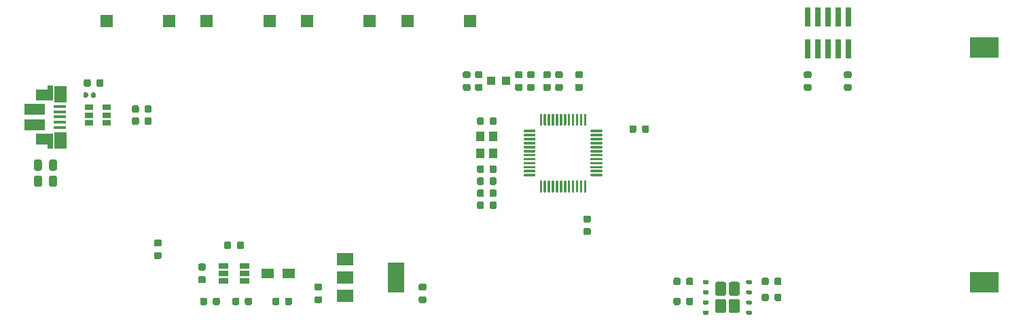
<source format=gbr>
%TF.GenerationSoftware,KiCad,Pcbnew,(5.1.6-0-10_14)*%
%TF.CreationDate,2020-09-13T11:28:01-04:00*%
%TF.ProjectId,EL-Calendar,454c2d43-616c-4656-9e64-61722e6b6963,rev?*%
%TF.SameCoordinates,Original*%
%TF.FileFunction,Paste,Top*%
%TF.FilePolarity,Positive*%
%FSLAX46Y46*%
G04 Gerber Fmt 4.6, Leading zero omitted, Abs format (unit mm)*
G04 Created by KiCad (PCBNEW (5.1.6-0-10_14)) date 2020-09-13 11:28:01*
%MOMM*%
%LPD*%
G01*
G04 APERTURE LIST*
%ADD10R,1.100000X1.300000*%
%ADD11R,1.050000X1.100000*%
%ADD12R,1.060000X0.650000*%
%ADD13R,2.000000X1.500000*%
%ADD14R,2.000000X3.800000*%
%ADD15R,1.220000X0.650000*%
%ADD16R,1.500000X1.500000*%
%ADD17R,1.500000X1.200000*%
%ADD18R,2.500000X1.430000*%
%ADD19R,1.650000X0.400000*%
%ADD20R,1.500000X2.000000*%
%ADD21R,0.700000X1.825000*%
%ADD22R,2.000000X1.350000*%
%ADD23R,3.600000X2.600000*%
%ADD24R,0.740000X2.400000*%
G04 APERTURE END LIST*
%TO.C,C19*%
G36*
G01*
X79450000Y-102956250D02*
X79450000Y-102043750D01*
G75*
G02*
X79693750Y-101800000I243750J0D01*
G01*
X80181250Y-101800000D01*
G75*
G02*
X80425000Y-102043750I0J-243750D01*
G01*
X80425000Y-102956250D01*
G75*
G02*
X80181250Y-103200000I-243750J0D01*
G01*
X79693750Y-103200000D01*
G75*
G02*
X79450000Y-102956250I0J243750D01*
G01*
G37*
G36*
G01*
X77575000Y-102956250D02*
X77575000Y-102043750D01*
G75*
G02*
X77818750Y-101800000I243750J0D01*
G01*
X78306250Y-101800000D01*
G75*
G02*
X78550000Y-102043750I0J-243750D01*
G01*
X78550000Y-102956250D01*
G75*
G02*
X78306250Y-103200000I-243750J0D01*
G01*
X77818750Y-103200000D01*
G75*
G02*
X77575000Y-102956250I0J243750D01*
G01*
G37*
%TD*%
%TO.C,R13*%
G36*
G01*
X90650000Y-93243750D02*
X90650000Y-93756250D01*
G75*
G02*
X90431250Y-93975000I-218750J0D01*
G01*
X89993750Y-93975000D01*
G75*
G02*
X89775000Y-93756250I0J218750D01*
G01*
X89775000Y-93243750D01*
G75*
G02*
X89993750Y-93025000I218750J0D01*
G01*
X90431250Y-93025000D01*
G75*
G02*
X90650000Y-93243750I0J-218750D01*
G01*
G37*
G36*
G01*
X92225000Y-93243750D02*
X92225000Y-93756250D01*
G75*
G02*
X92006250Y-93975000I-218750J0D01*
G01*
X91568750Y-93975000D01*
G75*
G02*
X91350000Y-93756250I0J218750D01*
G01*
X91350000Y-93243750D01*
G75*
G02*
X91568750Y-93025000I218750J0D01*
G01*
X92006250Y-93025000D01*
G75*
G02*
X92225000Y-93243750I0J-218750D01*
G01*
G37*
%TD*%
%TO.C,R12*%
G36*
G01*
X90650000Y-94743750D02*
X90650000Y-95256250D01*
G75*
G02*
X90431250Y-95475000I-218750J0D01*
G01*
X89993750Y-95475000D01*
G75*
G02*
X89775000Y-95256250I0J218750D01*
G01*
X89775000Y-94743750D01*
G75*
G02*
X89993750Y-94525000I218750J0D01*
G01*
X90431250Y-94525000D01*
G75*
G02*
X90650000Y-94743750I0J-218750D01*
G01*
G37*
G36*
G01*
X92225000Y-94743750D02*
X92225000Y-95256250D01*
G75*
G02*
X92006250Y-95475000I-218750J0D01*
G01*
X91568750Y-95475000D01*
G75*
G02*
X91350000Y-95256250I0J218750D01*
G01*
X91350000Y-94743750D01*
G75*
G02*
X91568750Y-94525000I218750J0D01*
G01*
X92006250Y-94525000D01*
G75*
G02*
X92225000Y-94743750I0J-218750D01*
G01*
G37*
%TD*%
D10*
%TO.C,Y2*%
X134825000Y-96950000D03*
X134825000Y-99050000D03*
X133175000Y-99050000D03*
X133175000Y-96950000D03*
%TD*%
D11*
%TO.C,Y1*%
X134575000Y-90000000D03*
X136425000Y-90000000D03*
%TD*%
D12*
%TO.C,U5*%
X86600000Y-94250000D03*
X86600000Y-93300000D03*
X86600000Y-95200000D03*
X84400000Y-95200000D03*
X84400000Y-94250000D03*
X84400000Y-93300000D03*
%TD*%
%TO.C,U4*%
G36*
G01*
X164165000Y-118690000D02*
X164165000Y-117460000D01*
G75*
G02*
X164415000Y-117210000I250000J0D01*
G01*
X165285000Y-117210000D01*
G75*
G02*
X165535000Y-117460000I0J-250000D01*
G01*
X165535000Y-118690000D01*
G75*
G02*
X165285000Y-118940000I-250000J0D01*
G01*
X164415000Y-118940000D01*
G75*
G02*
X164165000Y-118690000I0J250000D01*
G01*
G37*
G36*
G01*
X164165000Y-116540000D02*
X164165000Y-115310000D01*
G75*
G02*
X164415000Y-115060000I250000J0D01*
G01*
X165285000Y-115060000D01*
G75*
G02*
X165535000Y-115310000I0J-250000D01*
G01*
X165535000Y-116540000D01*
G75*
G02*
X165285000Y-116790000I-250000J0D01*
G01*
X164415000Y-116790000D01*
G75*
G02*
X164165000Y-116540000I0J250000D01*
G01*
G37*
G36*
G01*
X162465000Y-118690000D02*
X162465000Y-117460000D01*
G75*
G02*
X162715000Y-117210000I250000J0D01*
G01*
X163585000Y-117210000D01*
G75*
G02*
X163835000Y-117460000I0J-250000D01*
G01*
X163835000Y-118690000D01*
G75*
G02*
X163585000Y-118940000I-250000J0D01*
G01*
X162715000Y-118940000D01*
G75*
G02*
X162465000Y-118690000I0J250000D01*
G01*
G37*
G36*
G01*
X162465000Y-116540000D02*
X162465000Y-115310000D01*
G75*
G02*
X162715000Y-115060000I250000J0D01*
G01*
X163585000Y-115060000D01*
G75*
G02*
X163835000Y-115310000I0J-250000D01*
G01*
X163835000Y-116540000D01*
G75*
G02*
X163585000Y-116790000I-250000J0D01*
G01*
X162715000Y-116790000D01*
G75*
G02*
X162465000Y-116540000I0J250000D01*
G01*
G37*
G36*
G01*
X166325000Y-115220000D02*
X166325000Y-114970000D01*
G75*
G02*
X166450000Y-114845000I125000J0D01*
G01*
X166950000Y-114845000D01*
G75*
G02*
X167075000Y-114970000I0J-125000D01*
G01*
X167075000Y-115220000D01*
G75*
G02*
X166950000Y-115345000I-125000J0D01*
G01*
X166450000Y-115345000D01*
G75*
G02*
X166325000Y-115220000I0J125000D01*
G01*
G37*
G36*
G01*
X166325000Y-116490000D02*
X166325000Y-116240000D01*
G75*
G02*
X166450000Y-116115000I125000J0D01*
G01*
X166950000Y-116115000D01*
G75*
G02*
X167075000Y-116240000I0J-125000D01*
G01*
X167075000Y-116490000D01*
G75*
G02*
X166950000Y-116615000I-125000J0D01*
G01*
X166450000Y-116615000D01*
G75*
G02*
X166325000Y-116490000I0J125000D01*
G01*
G37*
G36*
G01*
X166325000Y-117760000D02*
X166325000Y-117510000D01*
G75*
G02*
X166450000Y-117385000I125000J0D01*
G01*
X166950000Y-117385000D01*
G75*
G02*
X167075000Y-117510000I0J-125000D01*
G01*
X167075000Y-117760000D01*
G75*
G02*
X166950000Y-117885000I-125000J0D01*
G01*
X166450000Y-117885000D01*
G75*
G02*
X166325000Y-117760000I0J125000D01*
G01*
G37*
G36*
G01*
X166325000Y-119030000D02*
X166325000Y-118780000D01*
G75*
G02*
X166450000Y-118655000I125000J0D01*
G01*
X166950000Y-118655000D01*
G75*
G02*
X167075000Y-118780000I0J-125000D01*
G01*
X167075000Y-119030000D01*
G75*
G02*
X166950000Y-119155000I-125000J0D01*
G01*
X166450000Y-119155000D01*
G75*
G02*
X166325000Y-119030000I0J125000D01*
G01*
G37*
G36*
G01*
X160925000Y-119030000D02*
X160925000Y-118780000D01*
G75*
G02*
X161050000Y-118655000I125000J0D01*
G01*
X161550000Y-118655000D01*
G75*
G02*
X161675000Y-118780000I0J-125000D01*
G01*
X161675000Y-119030000D01*
G75*
G02*
X161550000Y-119155000I-125000J0D01*
G01*
X161050000Y-119155000D01*
G75*
G02*
X160925000Y-119030000I0J125000D01*
G01*
G37*
G36*
G01*
X160925000Y-117760000D02*
X160925000Y-117510000D01*
G75*
G02*
X161050000Y-117385000I125000J0D01*
G01*
X161550000Y-117385000D01*
G75*
G02*
X161675000Y-117510000I0J-125000D01*
G01*
X161675000Y-117760000D01*
G75*
G02*
X161550000Y-117885000I-125000J0D01*
G01*
X161050000Y-117885000D01*
G75*
G02*
X160925000Y-117760000I0J125000D01*
G01*
G37*
G36*
G01*
X160925000Y-116490000D02*
X160925000Y-116240000D01*
G75*
G02*
X161050000Y-116115000I125000J0D01*
G01*
X161550000Y-116115000D01*
G75*
G02*
X161675000Y-116240000I0J-125000D01*
G01*
X161675000Y-116490000D01*
G75*
G02*
X161550000Y-116615000I-125000J0D01*
G01*
X161050000Y-116615000D01*
G75*
G02*
X160925000Y-116490000I0J125000D01*
G01*
G37*
G36*
G01*
X160925000Y-115220000D02*
X160925000Y-114970000D01*
G75*
G02*
X161050000Y-114845000I125000J0D01*
G01*
X161550000Y-114845000D01*
G75*
G02*
X161675000Y-114970000I0J-125000D01*
G01*
X161675000Y-115220000D01*
G75*
G02*
X161550000Y-115345000I-125000J0D01*
G01*
X161050000Y-115345000D01*
G75*
G02*
X160925000Y-115220000I0J125000D01*
G01*
G37*
%TD*%
D13*
%TO.C,U3*%
X116350000Y-112200000D03*
X116350000Y-116800000D03*
X116350000Y-114500000D03*
D14*
X122650000Y-114500000D03*
%TD*%
%TO.C,U2*%
G36*
G01*
X140600000Y-95500000D02*
X140600000Y-94175000D01*
G75*
G02*
X140675000Y-94100000I75000J0D01*
G01*
X140825000Y-94100000D01*
G75*
G02*
X140900000Y-94175000I0J-75000D01*
G01*
X140900000Y-95500000D01*
G75*
G02*
X140825000Y-95575000I-75000J0D01*
G01*
X140675000Y-95575000D01*
G75*
G02*
X140600000Y-95500000I0J75000D01*
G01*
G37*
G36*
G01*
X141100000Y-95500000D02*
X141100000Y-94175000D01*
G75*
G02*
X141175000Y-94100000I75000J0D01*
G01*
X141325000Y-94100000D01*
G75*
G02*
X141400000Y-94175000I0J-75000D01*
G01*
X141400000Y-95500000D01*
G75*
G02*
X141325000Y-95575000I-75000J0D01*
G01*
X141175000Y-95575000D01*
G75*
G02*
X141100000Y-95500000I0J75000D01*
G01*
G37*
G36*
G01*
X141600000Y-95500000D02*
X141600000Y-94175000D01*
G75*
G02*
X141675000Y-94100000I75000J0D01*
G01*
X141825000Y-94100000D01*
G75*
G02*
X141900000Y-94175000I0J-75000D01*
G01*
X141900000Y-95500000D01*
G75*
G02*
X141825000Y-95575000I-75000J0D01*
G01*
X141675000Y-95575000D01*
G75*
G02*
X141600000Y-95500000I0J75000D01*
G01*
G37*
G36*
G01*
X142100000Y-95500000D02*
X142100000Y-94175000D01*
G75*
G02*
X142175000Y-94100000I75000J0D01*
G01*
X142325000Y-94100000D01*
G75*
G02*
X142400000Y-94175000I0J-75000D01*
G01*
X142400000Y-95500000D01*
G75*
G02*
X142325000Y-95575000I-75000J0D01*
G01*
X142175000Y-95575000D01*
G75*
G02*
X142100000Y-95500000I0J75000D01*
G01*
G37*
G36*
G01*
X142600000Y-95500000D02*
X142600000Y-94175000D01*
G75*
G02*
X142675000Y-94100000I75000J0D01*
G01*
X142825000Y-94100000D01*
G75*
G02*
X142900000Y-94175000I0J-75000D01*
G01*
X142900000Y-95500000D01*
G75*
G02*
X142825000Y-95575000I-75000J0D01*
G01*
X142675000Y-95575000D01*
G75*
G02*
X142600000Y-95500000I0J75000D01*
G01*
G37*
G36*
G01*
X143100000Y-95500000D02*
X143100000Y-94175000D01*
G75*
G02*
X143175000Y-94100000I75000J0D01*
G01*
X143325000Y-94100000D01*
G75*
G02*
X143400000Y-94175000I0J-75000D01*
G01*
X143400000Y-95500000D01*
G75*
G02*
X143325000Y-95575000I-75000J0D01*
G01*
X143175000Y-95575000D01*
G75*
G02*
X143100000Y-95500000I0J75000D01*
G01*
G37*
G36*
G01*
X143600000Y-95500000D02*
X143600000Y-94175000D01*
G75*
G02*
X143675000Y-94100000I75000J0D01*
G01*
X143825000Y-94100000D01*
G75*
G02*
X143900000Y-94175000I0J-75000D01*
G01*
X143900000Y-95500000D01*
G75*
G02*
X143825000Y-95575000I-75000J0D01*
G01*
X143675000Y-95575000D01*
G75*
G02*
X143600000Y-95500000I0J75000D01*
G01*
G37*
G36*
G01*
X144100000Y-95500000D02*
X144100000Y-94175000D01*
G75*
G02*
X144175000Y-94100000I75000J0D01*
G01*
X144325000Y-94100000D01*
G75*
G02*
X144400000Y-94175000I0J-75000D01*
G01*
X144400000Y-95500000D01*
G75*
G02*
X144325000Y-95575000I-75000J0D01*
G01*
X144175000Y-95575000D01*
G75*
G02*
X144100000Y-95500000I0J75000D01*
G01*
G37*
G36*
G01*
X144600000Y-95500000D02*
X144600000Y-94175000D01*
G75*
G02*
X144675000Y-94100000I75000J0D01*
G01*
X144825000Y-94100000D01*
G75*
G02*
X144900000Y-94175000I0J-75000D01*
G01*
X144900000Y-95500000D01*
G75*
G02*
X144825000Y-95575000I-75000J0D01*
G01*
X144675000Y-95575000D01*
G75*
G02*
X144600000Y-95500000I0J75000D01*
G01*
G37*
G36*
G01*
X145100000Y-95500000D02*
X145100000Y-94175000D01*
G75*
G02*
X145175000Y-94100000I75000J0D01*
G01*
X145325000Y-94100000D01*
G75*
G02*
X145400000Y-94175000I0J-75000D01*
G01*
X145400000Y-95500000D01*
G75*
G02*
X145325000Y-95575000I-75000J0D01*
G01*
X145175000Y-95575000D01*
G75*
G02*
X145100000Y-95500000I0J75000D01*
G01*
G37*
G36*
G01*
X145600000Y-95500000D02*
X145600000Y-94175000D01*
G75*
G02*
X145675000Y-94100000I75000J0D01*
G01*
X145825000Y-94100000D01*
G75*
G02*
X145900000Y-94175000I0J-75000D01*
G01*
X145900000Y-95500000D01*
G75*
G02*
X145825000Y-95575000I-75000J0D01*
G01*
X145675000Y-95575000D01*
G75*
G02*
X145600000Y-95500000I0J75000D01*
G01*
G37*
G36*
G01*
X146100000Y-95500000D02*
X146100000Y-94175000D01*
G75*
G02*
X146175000Y-94100000I75000J0D01*
G01*
X146325000Y-94100000D01*
G75*
G02*
X146400000Y-94175000I0J-75000D01*
G01*
X146400000Y-95500000D01*
G75*
G02*
X146325000Y-95575000I-75000J0D01*
G01*
X146175000Y-95575000D01*
G75*
G02*
X146100000Y-95500000I0J75000D01*
G01*
G37*
G36*
G01*
X146925000Y-96325000D02*
X146925000Y-96175000D01*
G75*
G02*
X147000000Y-96100000I75000J0D01*
G01*
X148325000Y-96100000D01*
G75*
G02*
X148400000Y-96175000I0J-75000D01*
G01*
X148400000Y-96325000D01*
G75*
G02*
X148325000Y-96400000I-75000J0D01*
G01*
X147000000Y-96400000D01*
G75*
G02*
X146925000Y-96325000I0J75000D01*
G01*
G37*
G36*
G01*
X146925000Y-96825000D02*
X146925000Y-96675000D01*
G75*
G02*
X147000000Y-96600000I75000J0D01*
G01*
X148325000Y-96600000D01*
G75*
G02*
X148400000Y-96675000I0J-75000D01*
G01*
X148400000Y-96825000D01*
G75*
G02*
X148325000Y-96900000I-75000J0D01*
G01*
X147000000Y-96900000D01*
G75*
G02*
X146925000Y-96825000I0J75000D01*
G01*
G37*
G36*
G01*
X146925000Y-97325000D02*
X146925000Y-97175000D01*
G75*
G02*
X147000000Y-97100000I75000J0D01*
G01*
X148325000Y-97100000D01*
G75*
G02*
X148400000Y-97175000I0J-75000D01*
G01*
X148400000Y-97325000D01*
G75*
G02*
X148325000Y-97400000I-75000J0D01*
G01*
X147000000Y-97400000D01*
G75*
G02*
X146925000Y-97325000I0J75000D01*
G01*
G37*
G36*
G01*
X146925000Y-97825000D02*
X146925000Y-97675000D01*
G75*
G02*
X147000000Y-97600000I75000J0D01*
G01*
X148325000Y-97600000D01*
G75*
G02*
X148400000Y-97675000I0J-75000D01*
G01*
X148400000Y-97825000D01*
G75*
G02*
X148325000Y-97900000I-75000J0D01*
G01*
X147000000Y-97900000D01*
G75*
G02*
X146925000Y-97825000I0J75000D01*
G01*
G37*
G36*
G01*
X146925000Y-98325000D02*
X146925000Y-98175000D01*
G75*
G02*
X147000000Y-98100000I75000J0D01*
G01*
X148325000Y-98100000D01*
G75*
G02*
X148400000Y-98175000I0J-75000D01*
G01*
X148400000Y-98325000D01*
G75*
G02*
X148325000Y-98400000I-75000J0D01*
G01*
X147000000Y-98400000D01*
G75*
G02*
X146925000Y-98325000I0J75000D01*
G01*
G37*
G36*
G01*
X146925000Y-98825000D02*
X146925000Y-98675000D01*
G75*
G02*
X147000000Y-98600000I75000J0D01*
G01*
X148325000Y-98600000D01*
G75*
G02*
X148400000Y-98675000I0J-75000D01*
G01*
X148400000Y-98825000D01*
G75*
G02*
X148325000Y-98900000I-75000J0D01*
G01*
X147000000Y-98900000D01*
G75*
G02*
X146925000Y-98825000I0J75000D01*
G01*
G37*
G36*
G01*
X146925000Y-99325000D02*
X146925000Y-99175000D01*
G75*
G02*
X147000000Y-99100000I75000J0D01*
G01*
X148325000Y-99100000D01*
G75*
G02*
X148400000Y-99175000I0J-75000D01*
G01*
X148400000Y-99325000D01*
G75*
G02*
X148325000Y-99400000I-75000J0D01*
G01*
X147000000Y-99400000D01*
G75*
G02*
X146925000Y-99325000I0J75000D01*
G01*
G37*
G36*
G01*
X146925000Y-99825000D02*
X146925000Y-99675000D01*
G75*
G02*
X147000000Y-99600000I75000J0D01*
G01*
X148325000Y-99600000D01*
G75*
G02*
X148400000Y-99675000I0J-75000D01*
G01*
X148400000Y-99825000D01*
G75*
G02*
X148325000Y-99900000I-75000J0D01*
G01*
X147000000Y-99900000D01*
G75*
G02*
X146925000Y-99825000I0J75000D01*
G01*
G37*
G36*
G01*
X146925000Y-100325000D02*
X146925000Y-100175000D01*
G75*
G02*
X147000000Y-100100000I75000J0D01*
G01*
X148325000Y-100100000D01*
G75*
G02*
X148400000Y-100175000I0J-75000D01*
G01*
X148400000Y-100325000D01*
G75*
G02*
X148325000Y-100400000I-75000J0D01*
G01*
X147000000Y-100400000D01*
G75*
G02*
X146925000Y-100325000I0J75000D01*
G01*
G37*
G36*
G01*
X146925000Y-100825000D02*
X146925000Y-100675000D01*
G75*
G02*
X147000000Y-100600000I75000J0D01*
G01*
X148325000Y-100600000D01*
G75*
G02*
X148400000Y-100675000I0J-75000D01*
G01*
X148400000Y-100825000D01*
G75*
G02*
X148325000Y-100900000I-75000J0D01*
G01*
X147000000Y-100900000D01*
G75*
G02*
X146925000Y-100825000I0J75000D01*
G01*
G37*
G36*
G01*
X146925000Y-101325000D02*
X146925000Y-101175000D01*
G75*
G02*
X147000000Y-101100000I75000J0D01*
G01*
X148325000Y-101100000D01*
G75*
G02*
X148400000Y-101175000I0J-75000D01*
G01*
X148400000Y-101325000D01*
G75*
G02*
X148325000Y-101400000I-75000J0D01*
G01*
X147000000Y-101400000D01*
G75*
G02*
X146925000Y-101325000I0J75000D01*
G01*
G37*
G36*
G01*
X146925000Y-101825000D02*
X146925000Y-101675000D01*
G75*
G02*
X147000000Y-101600000I75000J0D01*
G01*
X148325000Y-101600000D01*
G75*
G02*
X148400000Y-101675000I0J-75000D01*
G01*
X148400000Y-101825000D01*
G75*
G02*
X148325000Y-101900000I-75000J0D01*
G01*
X147000000Y-101900000D01*
G75*
G02*
X146925000Y-101825000I0J75000D01*
G01*
G37*
G36*
G01*
X146100000Y-103825000D02*
X146100000Y-102500000D01*
G75*
G02*
X146175000Y-102425000I75000J0D01*
G01*
X146325000Y-102425000D01*
G75*
G02*
X146400000Y-102500000I0J-75000D01*
G01*
X146400000Y-103825000D01*
G75*
G02*
X146325000Y-103900000I-75000J0D01*
G01*
X146175000Y-103900000D01*
G75*
G02*
X146100000Y-103825000I0J75000D01*
G01*
G37*
G36*
G01*
X145600000Y-103825000D02*
X145600000Y-102500000D01*
G75*
G02*
X145675000Y-102425000I75000J0D01*
G01*
X145825000Y-102425000D01*
G75*
G02*
X145900000Y-102500000I0J-75000D01*
G01*
X145900000Y-103825000D01*
G75*
G02*
X145825000Y-103900000I-75000J0D01*
G01*
X145675000Y-103900000D01*
G75*
G02*
X145600000Y-103825000I0J75000D01*
G01*
G37*
G36*
G01*
X145100000Y-103825000D02*
X145100000Y-102500000D01*
G75*
G02*
X145175000Y-102425000I75000J0D01*
G01*
X145325000Y-102425000D01*
G75*
G02*
X145400000Y-102500000I0J-75000D01*
G01*
X145400000Y-103825000D01*
G75*
G02*
X145325000Y-103900000I-75000J0D01*
G01*
X145175000Y-103900000D01*
G75*
G02*
X145100000Y-103825000I0J75000D01*
G01*
G37*
G36*
G01*
X144600000Y-103825000D02*
X144600000Y-102500000D01*
G75*
G02*
X144675000Y-102425000I75000J0D01*
G01*
X144825000Y-102425000D01*
G75*
G02*
X144900000Y-102500000I0J-75000D01*
G01*
X144900000Y-103825000D01*
G75*
G02*
X144825000Y-103900000I-75000J0D01*
G01*
X144675000Y-103900000D01*
G75*
G02*
X144600000Y-103825000I0J75000D01*
G01*
G37*
G36*
G01*
X144100000Y-103825000D02*
X144100000Y-102500000D01*
G75*
G02*
X144175000Y-102425000I75000J0D01*
G01*
X144325000Y-102425000D01*
G75*
G02*
X144400000Y-102500000I0J-75000D01*
G01*
X144400000Y-103825000D01*
G75*
G02*
X144325000Y-103900000I-75000J0D01*
G01*
X144175000Y-103900000D01*
G75*
G02*
X144100000Y-103825000I0J75000D01*
G01*
G37*
G36*
G01*
X143600000Y-103825000D02*
X143600000Y-102500000D01*
G75*
G02*
X143675000Y-102425000I75000J0D01*
G01*
X143825000Y-102425000D01*
G75*
G02*
X143900000Y-102500000I0J-75000D01*
G01*
X143900000Y-103825000D01*
G75*
G02*
X143825000Y-103900000I-75000J0D01*
G01*
X143675000Y-103900000D01*
G75*
G02*
X143600000Y-103825000I0J75000D01*
G01*
G37*
G36*
G01*
X143100000Y-103825000D02*
X143100000Y-102500000D01*
G75*
G02*
X143175000Y-102425000I75000J0D01*
G01*
X143325000Y-102425000D01*
G75*
G02*
X143400000Y-102500000I0J-75000D01*
G01*
X143400000Y-103825000D01*
G75*
G02*
X143325000Y-103900000I-75000J0D01*
G01*
X143175000Y-103900000D01*
G75*
G02*
X143100000Y-103825000I0J75000D01*
G01*
G37*
G36*
G01*
X142600000Y-103825000D02*
X142600000Y-102500000D01*
G75*
G02*
X142675000Y-102425000I75000J0D01*
G01*
X142825000Y-102425000D01*
G75*
G02*
X142900000Y-102500000I0J-75000D01*
G01*
X142900000Y-103825000D01*
G75*
G02*
X142825000Y-103900000I-75000J0D01*
G01*
X142675000Y-103900000D01*
G75*
G02*
X142600000Y-103825000I0J75000D01*
G01*
G37*
G36*
G01*
X142100000Y-103825000D02*
X142100000Y-102500000D01*
G75*
G02*
X142175000Y-102425000I75000J0D01*
G01*
X142325000Y-102425000D01*
G75*
G02*
X142400000Y-102500000I0J-75000D01*
G01*
X142400000Y-103825000D01*
G75*
G02*
X142325000Y-103900000I-75000J0D01*
G01*
X142175000Y-103900000D01*
G75*
G02*
X142100000Y-103825000I0J75000D01*
G01*
G37*
G36*
G01*
X141600000Y-103825000D02*
X141600000Y-102500000D01*
G75*
G02*
X141675000Y-102425000I75000J0D01*
G01*
X141825000Y-102425000D01*
G75*
G02*
X141900000Y-102500000I0J-75000D01*
G01*
X141900000Y-103825000D01*
G75*
G02*
X141825000Y-103900000I-75000J0D01*
G01*
X141675000Y-103900000D01*
G75*
G02*
X141600000Y-103825000I0J75000D01*
G01*
G37*
G36*
G01*
X141100000Y-103825000D02*
X141100000Y-102500000D01*
G75*
G02*
X141175000Y-102425000I75000J0D01*
G01*
X141325000Y-102425000D01*
G75*
G02*
X141400000Y-102500000I0J-75000D01*
G01*
X141400000Y-103825000D01*
G75*
G02*
X141325000Y-103900000I-75000J0D01*
G01*
X141175000Y-103900000D01*
G75*
G02*
X141100000Y-103825000I0J75000D01*
G01*
G37*
G36*
G01*
X140600000Y-103825000D02*
X140600000Y-102500000D01*
G75*
G02*
X140675000Y-102425000I75000J0D01*
G01*
X140825000Y-102425000D01*
G75*
G02*
X140900000Y-102500000I0J-75000D01*
G01*
X140900000Y-103825000D01*
G75*
G02*
X140825000Y-103900000I-75000J0D01*
G01*
X140675000Y-103900000D01*
G75*
G02*
X140600000Y-103825000I0J75000D01*
G01*
G37*
G36*
G01*
X138600000Y-101825000D02*
X138600000Y-101675000D01*
G75*
G02*
X138675000Y-101600000I75000J0D01*
G01*
X140000000Y-101600000D01*
G75*
G02*
X140075000Y-101675000I0J-75000D01*
G01*
X140075000Y-101825000D01*
G75*
G02*
X140000000Y-101900000I-75000J0D01*
G01*
X138675000Y-101900000D01*
G75*
G02*
X138600000Y-101825000I0J75000D01*
G01*
G37*
G36*
G01*
X138600000Y-101325000D02*
X138600000Y-101175000D01*
G75*
G02*
X138675000Y-101100000I75000J0D01*
G01*
X140000000Y-101100000D01*
G75*
G02*
X140075000Y-101175000I0J-75000D01*
G01*
X140075000Y-101325000D01*
G75*
G02*
X140000000Y-101400000I-75000J0D01*
G01*
X138675000Y-101400000D01*
G75*
G02*
X138600000Y-101325000I0J75000D01*
G01*
G37*
G36*
G01*
X138600000Y-100825000D02*
X138600000Y-100675000D01*
G75*
G02*
X138675000Y-100600000I75000J0D01*
G01*
X140000000Y-100600000D01*
G75*
G02*
X140075000Y-100675000I0J-75000D01*
G01*
X140075000Y-100825000D01*
G75*
G02*
X140000000Y-100900000I-75000J0D01*
G01*
X138675000Y-100900000D01*
G75*
G02*
X138600000Y-100825000I0J75000D01*
G01*
G37*
G36*
G01*
X138600000Y-100325000D02*
X138600000Y-100175000D01*
G75*
G02*
X138675000Y-100100000I75000J0D01*
G01*
X140000000Y-100100000D01*
G75*
G02*
X140075000Y-100175000I0J-75000D01*
G01*
X140075000Y-100325000D01*
G75*
G02*
X140000000Y-100400000I-75000J0D01*
G01*
X138675000Y-100400000D01*
G75*
G02*
X138600000Y-100325000I0J75000D01*
G01*
G37*
G36*
G01*
X138600000Y-99825000D02*
X138600000Y-99675000D01*
G75*
G02*
X138675000Y-99600000I75000J0D01*
G01*
X140000000Y-99600000D01*
G75*
G02*
X140075000Y-99675000I0J-75000D01*
G01*
X140075000Y-99825000D01*
G75*
G02*
X140000000Y-99900000I-75000J0D01*
G01*
X138675000Y-99900000D01*
G75*
G02*
X138600000Y-99825000I0J75000D01*
G01*
G37*
G36*
G01*
X138600000Y-99325000D02*
X138600000Y-99175000D01*
G75*
G02*
X138675000Y-99100000I75000J0D01*
G01*
X140000000Y-99100000D01*
G75*
G02*
X140075000Y-99175000I0J-75000D01*
G01*
X140075000Y-99325000D01*
G75*
G02*
X140000000Y-99400000I-75000J0D01*
G01*
X138675000Y-99400000D01*
G75*
G02*
X138600000Y-99325000I0J75000D01*
G01*
G37*
G36*
G01*
X138600000Y-98825000D02*
X138600000Y-98675000D01*
G75*
G02*
X138675000Y-98600000I75000J0D01*
G01*
X140000000Y-98600000D01*
G75*
G02*
X140075000Y-98675000I0J-75000D01*
G01*
X140075000Y-98825000D01*
G75*
G02*
X140000000Y-98900000I-75000J0D01*
G01*
X138675000Y-98900000D01*
G75*
G02*
X138600000Y-98825000I0J75000D01*
G01*
G37*
G36*
G01*
X138600000Y-98325000D02*
X138600000Y-98175000D01*
G75*
G02*
X138675000Y-98100000I75000J0D01*
G01*
X140000000Y-98100000D01*
G75*
G02*
X140075000Y-98175000I0J-75000D01*
G01*
X140075000Y-98325000D01*
G75*
G02*
X140000000Y-98400000I-75000J0D01*
G01*
X138675000Y-98400000D01*
G75*
G02*
X138600000Y-98325000I0J75000D01*
G01*
G37*
G36*
G01*
X138600000Y-97825000D02*
X138600000Y-97675000D01*
G75*
G02*
X138675000Y-97600000I75000J0D01*
G01*
X140000000Y-97600000D01*
G75*
G02*
X140075000Y-97675000I0J-75000D01*
G01*
X140075000Y-97825000D01*
G75*
G02*
X140000000Y-97900000I-75000J0D01*
G01*
X138675000Y-97900000D01*
G75*
G02*
X138600000Y-97825000I0J75000D01*
G01*
G37*
G36*
G01*
X138600000Y-97325000D02*
X138600000Y-97175000D01*
G75*
G02*
X138675000Y-97100000I75000J0D01*
G01*
X140000000Y-97100000D01*
G75*
G02*
X140075000Y-97175000I0J-75000D01*
G01*
X140075000Y-97325000D01*
G75*
G02*
X140000000Y-97400000I-75000J0D01*
G01*
X138675000Y-97400000D01*
G75*
G02*
X138600000Y-97325000I0J75000D01*
G01*
G37*
G36*
G01*
X138600000Y-96825000D02*
X138600000Y-96675000D01*
G75*
G02*
X138675000Y-96600000I75000J0D01*
G01*
X140000000Y-96600000D01*
G75*
G02*
X140075000Y-96675000I0J-75000D01*
G01*
X140075000Y-96825000D01*
G75*
G02*
X140000000Y-96900000I-75000J0D01*
G01*
X138675000Y-96900000D01*
G75*
G02*
X138600000Y-96825000I0J75000D01*
G01*
G37*
G36*
G01*
X138600000Y-96325000D02*
X138600000Y-96175000D01*
G75*
G02*
X138675000Y-96100000I75000J0D01*
G01*
X140000000Y-96100000D01*
G75*
G02*
X140075000Y-96175000I0J-75000D01*
G01*
X140075000Y-96325000D01*
G75*
G02*
X140000000Y-96400000I-75000J0D01*
G01*
X138675000Y-96400000D01*
G75*
G02*
X138600000Y-96325000I0J75000D01*
G01*
G37*
%TD*%
D15*
%TO.C,U1*%
X103810000Y-113050000D03*
X103810000Y-114000000D03*
X103810000Y-114950000D03*
X101190000Y-114950000D03*
X101190000Y-114000000D03*
X101190000Y-113050000D03*
%TD*%
D16*
%TO.C,SW4*%
X94400000Y-82500000D03*
X86600000Y-82500000D03*
%TD*%
%TO.C,SW3*%
X106900000Y-82500000D03*
X99100000Y-82500000D03*
%TD*%
%TO.C,SW2*%
X119400000Y-82500000D03*
X111600000Y-82500000D03*
%TD*%
%TO.C,SW1*%
X131900000Y-82500000D03*
X124100000Y-82500000D03*
%TD*%
%TO.C,R11*%
G36*
G01*
X79450000Y-100956250D02*
X79450000Y-100043750D01*
G75*
G02*
X79693750Y-99800000I243750J0D01*
G01*
X80181250Y-99800000D01*
G75*
G02*
X80425000Y-100043750I0J-243750D01*
G01*
X80425000Y-100956250D01*
G75*
G02*
X80181250Y-101200000I-243750J0D01*
G01*
X79693750Y-101200000D01*
G75*
G02*
X79450000Y-100956250I0J243750D01*
G01*
G37*
G36*
G01*
X77575000Y-100956250D02*
X77575000Y-100043750D01*
G75*
G02*
X77818750Y-99800000I243750J0D01*
G01*
X78306250Y-99800000D01*
G75*
G02*
X78550000Y-100043750I0J-243750D01*
G01*
X78550000Y-100956250D01*
G75*
G02*
X78306250Y-101200000I-243750J0D01*
G01*
X77818750Y-101200000D01*
G75*
G02*
X77575000Y-100956250I0J243750D01*
G01*
G37*
%TD*%
%TO.C,R10*%
G36*
G01*
X169150000Y-116743750D02*
X169150000Y-117256250D01*
G75*
G02*
X168931250Y-117475000I-218750J0D01*
G01*
X168493750Y-117475000D01*
G75*
G02*
X168275000Y-117256250I0J218750D01*
G01*
X168275000Y-116743750D01*
G75*
G02*
X168493750Y-116525000I218750J0D01*
G01*
X168931250Y-116525000D01*
G75*
G02*
X169150000Y-116743750I0J-218750D01*
G01*
G37*
G36*
G01*
X170725000Y-116743750D02*
X170725000Y-117256250D01*
G75*
G02*
X170506250Y-117475000I-218750J0D01*
G01*
X170068750Y-117475000D01*
G75*
G02*
X169850000Y-117256250I0J218750D01*
G01*
X169850000Y-116743750D01*
G75*
G02*
X170068750Y-116525000I218750J0D01*
G01*
X170506250Y-116525000D01*
G75*
G02*
X170725000Y-116743750I0J-218750D01*
G01*
G37*
%TD*%
%TO.C,R9*%
G36*
G01*
X158850000Y-117756250D02*
X158850000Y-117243750D01*
G75*
G02*
X159068750Y-117025000I218750J0D01*
G01*
X159506250Y-117025000D01*
G75*
G02*
X159725000Y-117243750I0J-218750D01*
G01*
X159725000Y-117756250D01*
G75*
G02*
X159506250Y-117975000I-218750J0D01*
G01*
X159068750Y-117975000D01*
G75*
G02*
X158850000Y-117756250I0J218750D01*
G01*
G37*
G36*
G01*
X157275000Y-117756250D02*
X157275000Y-117243750D01*
G75*
G02*
X157493750Y-117025000I218750J0D01*
G01*
X157931250Y-117025000D01*
G75*
G02*
X158150000Y-117243750I0J-218750D01*
G01*
X158150000Y-117756250D01*
G75*
G02*
X157931250Y-117975000I-218750J0D01*
G01*
X157493750Y-117975000D01*
G75*
G02*
X157275000Y-117756250I0J218750D01*
G01*
G37*
%TD*%
%TO.C,R8*%
G36*
G01*
X158850000Y-115256250D02*
X158850000Y-114743750D01*
G75*
G02*
X159068750Y-114525000I218750J0D01*
G01*
X159506250Y-114525000D01*
G75*
G02*
X159725000Y-114743750I0J-218750D01*
G01*
X159725000Y-115256250D01*
G75*
G02*
X159506250Y-115475000I-218750J0D01*
G01*
X159068750Y-115475000D01*
G75*
G02*
X158850000Y-115256250I0J218750D01*
G01*
G37*
G36*
G01*
X157275000Y-115256250D02*
X157275000Y-114743750D01*
G75*
G02*
X157493750Y-114525000I218750J0D01*
G01*
X157931250Y-114525000D01*
G75*
G02*
X158150000Y-114743750I0J-218750D01*
G01*
X158150000Y-115256250D01*
G75*
G02*
X157931250Y-115475000I-218750J0D01*
G01*
X157493750Y-115475000D01*
G75*
G02*
X157275000Y-115256250I0J218750D01*
G01*
G37*
%TD*%
%TO.C,R7*%
G36*
G01*
X179256250Y-89650000D02*
X178743750Y-89650000D01*
G75*
G02*
X178525000Y-89431250I0J218750D01*
G01*
X178525000Y-88993750D01*
G75*
G02*
X178743750Y-88775000I218750J0D01*
G01*
X179256250Y-88775000D01*
G75*
G02*
X179475000Y-88993750I0J-218750D01*
G01*
X179475000Y-89431250D01*
G75*
G02*
X179256250Y-89650000I-218750J0D01*
G01*
G37*
G36*
G01*
X179256250Y-91225000D02*
X178743750Y-91225000D01*
G75*
G02*
X178525000Y-91006250I0J218750D01*
G01*
X178525000Y-90568750D01*
G75*
G02*
X178743750Y-90350000I218750J0D01*
G01*
X179256250Y-90350000D01*
G75*
G02*
X179475000Y-90568750I0J-218750D01*
G01*
X179475000Y-91006250D01*
G75*
G02*
X179256250Y-91225000I-218750J0D01*
G01*
G37*
%TD*%
%TO.C,R6*%
G36*
G01*
X174256250Y-89650000D02*
X173743750Y-89650000D01*
G75*
G02*
X173525000Y-89431250I0J218750D01*
G01*
X173525000Y-88993750D01*
G75*
G02*
X173743750Y-88775000I218750J0D01*
G01*
X174256250Y-88775000D01*
G75*
G02*
X174475000Y-88993750I0J-218750D01*
G01*
X174475000Y-89431250D01*
G75*
G02*
X174256250Y-89650000I-218750J0D01*
G01*
G37*
G36*
G01*
X174256250Y-91225000D02*
X173743750Y-91225000D01*
G75*
G02*
X173525000Y-91006250I0J218750D01*
G01*
X173525000Y-90568750D01*
G75*
G02*
X173743750Y-90350000I218750J0D01*
G01*
X174256250Y-90350000D01*
G75*
G02*
X174475000Y-90568750I0J-218750D01*
G01*
X174475000Y-91006250D01*
G75*
G02*
X174256250Y-91225000I-218750J0D01*
G01*
G37*
%TD*%
%TO.C,R5*%
G36*
G01*
X98243750Y-114350000D02*
X98756250Y-114350000D01*
G75*
G02*
X98975000Y-114568750I0J-218750D01*
G01*
X98975000Y-115006250D01*
G75*
G02*
X98756250Y-115225000I-218750J0D01*
G01*
X98243750Y-115225000D01*
G75*
G02*
X98025000Y-115006250I0J218750D01*
G01*
X98025000Y-114568750D01*
G75*
G02*
X98243750Y-114350000I218750J0D01*
G01*
G37*
G36*
G01*
X98243750Y-112775000D02*
X98756250Y-112775000D01*
G75*
G02*
X98975000Y-112993750I0J-218750D01*
G01*
X98975000Y-113431250D01*
G75*
G02*
X98756250Y-113650000I-218750J0D01*
G01*
X98243750Y-113650000D01*
G75*
G02*
X98025000Y-113431250I0J218750D01*
G01*
X98025000Y-112993750D01*
G75*
G02*
X98243750Y-112775000I218750J0D01*
G01*
G37*
%TD*%
%TO.C,R4*%
G36*
G01*
X99850000Y-117756250D02*
X99850000Y-117243750D01*
G75*
G02*
X100068750Y-117025000I218750J0D01*
G01*
X100506250Y-117025000D01*
G75*
G02*
X100725000Y-117243750I0J-218750D01*
G01*
X100725000Y-117756250D01*
G75*
G02*
X100506250Y-117975000I-218750J0D01*
G01*
X100068750Y-117975000D01*
G75*
G02*
X99850000Y-117756250I0J218750D01*
G01*
G37*
G36*
G01*
X98275000Y-117756250D02*
X98275000Y-117243750D01*
G75*
G02*
X98493750Y-117025000I218750J0D01*
G01*
X98931250Y-117025000D01*
G75*
G02*
X99150000Y-117243750I0J-218750D01*
G01*
X99150000Y-117756250D01*
G75*
G02*
X98931250Y-117975000I-218750J0D01*
G01*
X98493750Y-117975000D01*
G75*
G02*
X98275000Y-117756250I0J218750D01*
G01*
G37*
%TD*%
%TO.C,R3*%
G36*
G01*
X145243750Y-90350000D02*
X145756250Y-90350000D01*
G75*
G02*
X145975000Y-90568750I0J-218750D01*
G01*
X145975000Y-91006250D01*
G75*
G02*
X145756250Y-91225000I-218750J0D01*
G01*
X145243750Y-91225000D01*
G75*
G02*
X145025000Y-91006250I0J218750D01*
G01*
X145025000Y-90568750D01*
G75*
G02*
X145243750Y-90350000I218750J0D01*
G01*
G37*
G36*
G01*
X145243750Y-88775000D02*
X145756250Y-88775000D01*
G75*
G02*
X145975000Y-88993750I0J-218750D01*
G01*
X145975000Y-89431250D01*
G75*
G02*
X145756250Y-89650000I-218750J0D01*
G01*
X145243750Y-89650000D01*
G75*
G02*
X145025000Y-89431250I0J218750D01*
G01*
X145025000Y-88993750D01*
G75*
G02*
X145243750Y-88775000I218750J0D01*
G01*
G37*
%TD*%
%TO.C,R2*%
G36*
G01*
X142743750Y-90350000D02*
X143256250Y-90350000D01*
G75*
G02*
X143475000Y-90568750I0J-218750D01*
G01*
X143475000Y-91006250D01*
G75*
G02*
X143256250Y-91225000I-218750J0D01*
G01*
X142743750Y-91225000D01*
G75*
G02*
X142525000Y-91006250I0J218750D01*
G01*
X142525000Y-90568750D01*
G75*
G02*
X142743750Y-90350000I218750J0D01*
G01*
G37*
G36*
G01*
X142743750Y-88775000D02*
X143256250Y-88775000D01*
G75*
G02*
X143475000Y-88993750I0J-218750D01*
G01*
X143475000Y-89431250D01*
G75*
G02*
X143256250Y-89650000I-218750J0D01*
G01*
X142743750Y-89650000D01*
G75*
G02*
X142525000Y-89431250I0J218750D01*
G01*
X142525000Y-88993750D01*
G75*
G02*
X142743750Y-88775000I218750J0D01*
G01*
G37*
%TD*%
%TO.C,R1*%
G36*
G01*
X131756250Y-89650000D02*
X131243750Y-89650000D01*
G75*
G02*
X131025000Y-89431250I0J218750D01*
G01*
X131025000Y-88993750D01*
G75*
G02*
X131243750Y-88775000I218750J0D01*
G01*
X131756250Y-88775000D01*
G75*
G02*
X131975000Y-88993750I0J-218750D01*
G01*
X131975000Y-89431250D01*
G75*
G02*
X131756250Y-89650000I-218750J0D01*
G01*
G37*
G36*
G01*
X131756250Y-91225000D02*
X131243750Y-91225000D01*
G75*
G02*
X131025000Y-91006250I0J218750D01*
G01*
X131025000Y-90568750D01*
G75*
G02*
X131243750Y-90350000I218750J0D01*
G01*
X131756250Y-90350000D01*
G75*
G02*
X131975000Y-90568750I0J-218750D01*
G01*
X131975000Y-91006250D01*
G75*
G02*
X131756250Y-91225000I-218750J0D01*
G01*
G37*
%TD*%
D17*
%TO.C,L1*%
X109350000Y-114000000D03*
X106650000Y-114000000D03*
%TD*%
D18*
%TO.C,J3*%
X77615000Y-95435000D03*
X77615000Y-93515000D03*
D19*
X80765000Y-95775000D03*
X80765000Y-95125000D03*
X80765000Y-94475000D03*
X80765000Y-93825000D03*
X80765000Y-93175000D03*
D20*
X80885000Y-97375000D03*
X80865000Y-91625000D03*
D21*
X79565000Y-97475000D03*
X79565000Y-91525000D03*
D22*
X78815000Y-91745000D03*
X78815000Y-97225000D03*
%TD*%
%TO.C,FB1*%
G36*
G01*
X133650000Y-105243750D02*
X133650000Y-105756250D01*
G75*
G02*
X133431250Y-105975000I-218750J0D01*
G01*
X132993750Y-105975000D01*
G75*
G02*
X132775000Y-105756250I0J218750D01*
G01*
X132775000Y-105243750D01*
G75*
G02*
X132993750Y-105025000I218750J0D01*
G01*
X133431250Y-105025000D01*
G75*
G02*
X133650000Y-105243750I0J-218750D01*
G01*
G37*
G36*
G01*
X135225000Y-105243750D02*
X135225000Y-105756250D01*
G75*
G02*
X135006250Y-105975000I-218750J0D01*
G01*
X134568750Y-105975000D01*
G75*
G02*
X134350000Y-105756250I0J218750D01*
G01*
X134350000Y-105243750D01*
G75*
G02*
X134568750Y-105025000I218750J0D01*
G01*
X135006250Y-105025000D01*
G75*
G02*
X135225000Y-105243750I0J-218750D01*
G01*
G37*
%TD*%
%TO.C,D1*%
G36*
G01*
X84675000Y-91922500D02*
X84675000Y-91577500D01*
G75*
G02*
X84822500Y-91430000I147500J0D01*
G01*
X85117500Y-91430000D01*
G75*
G02*
X85265000Y-91577500I0J-147500D01*
G01*
X85265000Y-91922500D01*
G75*
G02*
X85117500Y-92070000I-147500J0D01*
G01*
X84822500Y-92070000D01*
G75*
G02*
X84675000Y-91922500I0J147500D01*
G01*
G37*
G36*
G01*
X83705000Y-91922500D02*
X83705000Y-91577500D01*
G75*
G02*
X83852500Y-91430000I147500J0D01*
G01*
X84147500Y-91430000D01*
G75*
G02*
X84295000Y-91577500I0J-147500D01*
G01*
X84295000Y-91922500D01*
G75*
G02*
X84147500Y-92070000I-147500J0D01*
G01*
X83852500Y-92070000D01*
G75*
G02*
X83705000Y-91922500I0J147500D01*
G01*
G37*
%TD*%
%TO.C,C18*%
G36*
G01*
X85350000Y-90506250D02*
X85350000Y-89993750D01*
G75*
G02*
X85568750Y-89775000I218750J0D01*
G01*
X86006250Y-89775000D01*
G75*
G02*
X86225000Y-89993750I0J-218750D01*
G01*
X86225000Y-90506250D01*
G75*
G02*
X86006250Y-90725000I-218750J0D01*
G01*
X85568750Y-90725000D01*
G75*
G02*
X85350000Y-90506250I0J218750D01*
G01*
G37*
G36*
G01*
X83775000Y-90506250D02*
X83775000Y-89993750D01*
G75*
G02*
X83993750Y-89775000I218750J0D01*
G01*
X84431250Y-89775000D01*
G75*
G02*
X84650000Y-89993750I0J-218750D01*
G01*
X84650000Y-90506250D01*
G75*
G02*
X84431250Y-90725000I-218750J0D01*
G01*
X83993750Y-90725000D01*
G75*
G02*
X83775000Y-90506250I0J218750D01*
G01*
G37*
%TD*%
%TO.C,C17*%
G36*
G01*
X169150000Y-114743750D02*
X169150000Y-115256250D01*
G75*
G02*
X168931250Y-115475000I-218750J0D01*
G01*
X168493750Y-115475000D01*
G75*
G02*
X168275000Y-115256250I0J218750D01*
G01*
X168275000Y-114743750D01*
G75*
G02*
X168493750Y-114525000I218750J0D01*
G01*
X168931250Y-114525000D01*
G75*
G02*
X169150000Y-114743750I0J-218750D01*
G01*
G37*
G36*
G01*
X170725000Y-114743750D02*
X170725000Y-115256250D01*
G75*
G02*
X170506250Y-115475000I-218750J0D01*
G01*
X170068750Y-115475000D01*
G75*
G02*
X169850000Y-115256250I0J218750D01*
G01*
X169850000Y-114743750D01*
G75*
G02*
X170068750Y-114525000I218750J0D01*
G01*
X170506250Y-114525000D01*
G75*
G02*
X170725000Y-114743750I0J-218750D01*
G01*
G37*
%TD*%
%TO.C,C16*%
G36*
G01*
X93256250Y-110650000D02*
X92743750Y-110650000D01*
G75*
G02*
X92525000Y-110431250I0J218750D01*
G01*
X92525000Y-109993750D01*
G75*
G02*
X92743750Y-109775000I218750J0D01*
G01*
X93256250Y-109775000D01*
G75*
G02*
X93475000Y-109993750I0J-218750D01*
G01*
X93475000Y-110431250D01*
G75*
G02*
X93256250Y-110650000I-218750J0D01*
G01*
G37*
G36*
G01*
X93256250Y-112225000D02*
X92743750Y-112225000D01*
G75*
G02*
X92525000Y-112006250I0J218750D01*
G01*
X92525000Y-111568750D01*
G75*
G02*
X92743750Y-111350000I218750J0D01*
G01*
X93256250Y-111350000D01*
G75*
G02*
X93475000Y-111568750I0J-218750D01*
G01*
X93475000Y-112006250D01*
G75*
G02*
X93256250Y-112225000I-218750J0D01*
G01*
G37*
%TD*%
%TO.C,C15*%
G36*
G01*
X126256250Y-116150000D02*
X125743750Y-116150000D01*
G75*
G02*
X125525000Y-115931250I0J218750D01*
G01*
X125525000Y-115493750D01*
G75*
G02*
X125743750Y-115275000I218750J0D01*
G01*
X126256250Y-115275000D01*
G75*
G02*
X126475000Y-115493750I0J-218750D01*
G01*
X126475000Y-115931250D01*
G75*
G02*
X126256250Y-116150000I-218750J0D01*
G01*
G37*
G36*
G01*
X126256250Y-117725000D02*
X125743750Y-117725000D01*
G75*
G02*
X125525000Y-117506250I0J218750D01*
G01*
X125525000Y-117068750D01*
G75*
G02*
X125743750Y-116850000I218750J0D01*
G01*
X126256250Y-116850000D01*
G75*
G02*
X126475000Y-117068750I0J-218750D01*
G01*
X126475000Y-117506250D01*
G75*
G02*
X126256250Y-117725000I-218750J0D01*
G01*
G37*
%TD*%
%TO.C,C14*%
G36*
G01*
X112743750Y-116850000D02*
X113256250Y-116850000D01*
G75*
G02*
X113475000Y-117068750I0J-218750D01*
G01*
X113475000Y-117506250D01*
G75*
G02*
X113256250Y-117725000I-218750J0D01*
G01*
X112743750Y-117725000D01*
G75*
G02*
X112525000Y-117506250I0J218750D01*
G01*
X112525000Y-117068750D01*
G75*
G02*
X112743750Y-116850000I218750J0D01*
G01*
G37*
G36*
G01*
X112743750Y-115275000D02*
X113256250Y-115275000D01*
G75*
G02*
X113475000Y-115493750I0J-218750D01*
G01*
X113475000Y-115931250D01*
G75*
G02*
X113256250Y-116150000I-218750J0D01*
G01*
X112743750Y-116150000D01*
G75*
G02*
X112525000Y-115931250I0J218750D01*
G01*
X112525000Y-115493750D01*
G75*
G02*
X112743750Y-115275000I218750J0D01*
G01*
G37*
%TD*%
%TO.C,C13*%
G36*
G01*
X141756250Y-89650000D02*
X141243750Y-89650000D01*
G75*
G02*
X141025000Y-89431250I0J218750D01*
G01*
X141025000Y-88993750D01*
G75*
G02*
X141243750Y-88775000I218750J0D01*
G01*
X141756250Y-88775000D01*
G75*
G02*
X141975000Y-88993750I0J-218750D01*
G01*
X141975000Y-89431250D01*
G75*
G02*
X141756250Y-89650000I-218750J0D01*
G01*
G37*
G36*
G01*
X141756250Y-91225000D02*
X141243750Y-91225000D01*
G75*
G02*
X141025000Y-91006250I0J218750D01*
G01*
X141025000Y-90568750D01*
G75*
G02*
X141243750Y-90350000I218750J0D01*
G01*
X141756250Y-90350000D01*
G75*
G02*
X141975000Y-90568750I0J-218750D01*
G01*
X141975000Y-91006250D01*
G75*
G02*
X141756250Y-91225000I-218750J0D01*
G01*
G37*
%TD*%
%TO.C,C12*%
G36*
G01*
X146243750Y-108350000D02*
X146756250Y-108350000D01*
G75*
G02*
X146975000Y-108568750I0J-218750D01*
G01*
X146975000Y-109006250D01*
G75*
G02*
X146756250Y-109225000I-218750J0D01*
G01*
X146243750Y-109225000D01*
G75*
G02*
X146025000Y-109006250I0J218750D01*
G01*
X146025000Y-108568750D01*
G75*
G02*
X146243750Y-108350000I218750J0D01*
G01*
G37*
G36*
G01*
X146243750Y-106775000D02*
X146756250Y-106775000D01*
G75*
G02*
X146975000Y-106993750I0J-218750D01*
G01*
X146975000Y-107431250D01*
G75*
G02*
X146756250Y-107650000I-218750J0D01*
G01*
X146243750Y-107650000D01*
G75*
G02*
X146025000Y-107431250I0J218750D01*
G01*
X146025000Y-106993750D01*
G75*
G02*
X146243750Y-106775000I218750J0D01*
G01*
G37*
%TD*%
%TO.C,C11*%
G36*
G01*
X153350000Y-96256250D02*
X153350000Y-95743750D01*
G75*
G02*
X153568750Y-95525000I218750J0D01*
G01*
X154006250Y-95525000D01*
G75*
G02*
X154225000Y-95743750I0J-218750D01*
G01*
X154225000Y-96256250D01*
G75*
G02*
X154006250Y-96475000I-218750J0D01*
G01*
X153568750Y-96475000D01*
G75*
G02*
X153350000Y-96256250I0J218750D01*
G01*
G37*
G36*
G01*
X151775000Y-96256250D02*
X151775000Y-95743750D01*
G75*
G02*
X151993750Y-95525000I218750J0D01*
G01*
X152431250Y-95525000D01*
G75*
G02*
X152650000Y-95743750I0J-218750D01*
G01*
X152650000Y-96256250D01*
G75*
G02*
X152431250Y-96475000I-218750J0D01*
G01*
X151993750Y-96475000D01*
G75*
G02*
X151775000Y-96256250I0J218750D01*
G01*
G37*
%TD*%
%TO.C,C10*%
G36*
G01*
X133650000Y-102243750D02*
X133650000Y-102756250D01*
G75*
G02*
X133431250Y-102975000I-218750J0D01*
G01*
X132993750Y-102975000D01*
G75*
G02*
X132775000Y-102756250I0J218750D01*
G01*
X132775000Y-102243750D01*
G75*
G02*
X132993750Y-102025000I218750J0D01*
G01*
X133431250Y-102025000D01*
G75*
G02*
X133650000Y-102243750I0J-218750D01*
G01*
G37*
G36*
G01*
X135225000Y-102243750D02*
X135225000Y-102756250D01*
G75*
G02*
X135006250Y-102975000I-218750J0D01*
G01*
X134568750Y-102975000D01*
G75*
G02*
X134350000Y-102756250I0J218750D01*
G01*
X134350000Y-102243750D01*
G75*
G02*
X134568750Y-102025000I218750J0D01*
G01*
X135006250Y-102025000D01*
G75*
G02*
X135225000Y-102243750I0J-218750D01*
G01*
G37*
%TD*%
%TO.C,C9*%
G36*
G01*
X133650000Y-103743750D02*
X133650000Y-104256250D01*
G75*
G02*
X133431250Y-104475000I-218750J0D01*
G01*
X132993750Y-104475000D01*
G75*
G02*
X132775000Y-104256250I0J218750D01*
G01*
X132775000Y-103743750D01*
G75*
G02*
X132993750Y-103525000I218750J0D01*
G01*
X133431250Y-103525000D01*
G75*
G02*
X133650000Y-103743750I0J-218750D01*
G01*
G37*
G36*
G01*
X135225000Y-103743750D02*
X135225000Y-104256250D01*
G75*
G02*
X135006250Y-104475000I-218750J0D01*
G01*
X134568750Y-104475000D01*
G75*
G02*
X134350000Y-104256250I0J218750D01*
G01*
X134350000Y-103743750D01*
G75*
G02*
X134568750Y-103525000I218750J0D01*
G01*
X135006250Y-103525000D01*
G75*
G02*
X135225000Y-103743750I0J-218750D01*
G01*
G37*
%TD*%
%TO.C,C8*%
G36*
G01*
X108850000Y-117756250D02*
X108850000Y-117243750D01*
G75*
G02*
X109068750Y-117025000I218750J0D01*
G01*
X109506250Y-117025000D01*
G75*
G02*
X109725000Y-117243750I0J-218750D01*
G01*
X109725000Y-117756250D01*
G75*
G02*
X109506250Y-117975000I-218750J0D01*
G01*
X109068750Y-117975000D01*
G75*
G02*
X108850000Y-117756250I0J218750D01*
G01*
G37*
G36*
G01*
X107275000Y-117756250D02*
X107275000Y-117243750D01*
G75*
G02*
X107493750Y-117025000I218750J0D01*
G01*
X107931250Y-117025000D01*
G75*
G02*
X108150000Y-117243750I0J-218750D01*
G01*
X108150000Y-117756250D01*
G75*
G02*
X107931250Y-117975000I-218750J0D01*
G01*
X107493750Y-117975000D01*
G75*
G02*
X107275000Y-117756250I0J218750D01*
G01*
G37*
%TD*%
%TO.C,C7*%
G36*
G01*
X139756250Y-89650000D02*
X139243750Y-89650000D01*
G75*
G02*
X139025000Y-89431250I0J218750D01*
G01*
X139025000Y-88993750D01*
G75*
G02*
X139243750Y-88775000I218750J0D01*
G01*
X139756250Y-88775000D01*
G75*
G02*
X139975000Y-88993750I0J-218750D01*
G01*
X139975000Y-89431250D01*
G75*
G02*
X139756250Y-89650000I-218750J0D01*
G01*
G37*
G36*
G01*
X139756250Y-91225000D02*
X139243750Y-91225000D01*
G75*
G02*
X139025000Y-91006250I0J218750D01*
G01*
X139025000Y-90568750D01*
G75*
G02*
X139243750Y-90350000I218750J0D01*
G01*
X139756250Y-90350000D01*
G75*
G02*
X139975000Y-90568750I0J-218750D01*
G01*
X139975000Y-91006250D01*
G75*
G02*
X139756250Y-91225000I-218750J0D01*
G01*
G37*
%TD*%
%TO.C,C6*%
G36*
G01*
X102150000Y-110243750D02*
X102150000Y-110756250D01*
G75*
G02*
X101931250Y-110975000I-218750J0D01*
G01*
X101493750Y-110975000D01*
G75*
G02*
X101275000Y-110756250I0J218750D01*
G01*
X101275000Y-110243750D01*
G75*
G02*
X101493750Y-110025000I218750J0D01*
G01*
X101931250Y-110025000D01*
G75*
G02*
X102150000Y-110243750I0J-218750D01*
G01*
G37*
G36*
G01*
X103725000Y-110243750D02*
X103725000Y-110756250D01*
G75*
G02*
X103506250Y-110975000I-218750J0D01*
G01*
X103068750Y-110975000D01*
G75*
G02*
X102850000Y-110756250I0J218750D01*
G01*
X102850000Y-110243750D01*
G75*
G02*
X103068750Y-110025000I218750J0D01*
G01*
X103506250Y-110025000D01*
G75*
G02*
X103725000Y-110243750I0J-218750D01*
G01*
G37*
%TD*%
%TO.C,C5*%
G36*
G01*
X133650000Y-100743750D02*
X133650000Y-101256250D01*
G75*
G02*
X133431250Y-101475000I-218750J0D01*
G01*
X132993750Y-101475000D01*
G75*
G02*
X132775000Y-101256250I0J218750D01*
G01*
X132775000Y-100743750D01*
G75*
G02*
X132993750Y-100525000I218750J0D01*
G01*
X133431250Y-100525000D01*
G75*
G02*
X133650000Y-100743750I0J-218750D01*
G01*
G37*
G36*
G01*
X135225000Y-100743750D02*
X135225000Y-101256250D01*
G75*
G02*
X135006250Y-101475000I-218750J0D01*
G01*
X134568750Y-101475000D01*
G75*
G02*
X134350000Y-101256250I0J218750D01*
G01*
X134350000Y-100743750D01*
G75*
G02*
X134568750Y-100525000I218750J0D01*
G01*
X135006250Y-100525000D01*
G75*
G02*
X135225000Y-100743750I0J-218750D01*
G01*
G37*
%TD*%
%TO.C,C4*%
G36*
G01*
X132743750Y-90350000D02*
X133256250Y-90350000D01*
G75*
G02*
X133475000Y-90568750I0J-218750D01*
G01*
X133475000Y-91006250D01*
G75*
G02*
X133256250Y-91225000I-218750J0D01*
G01*
X132743750Y-91225000D01*
G75*
G02*
X132525000Y-91006250I0J218750D01*
G01*
X132525000Y-90568750D01*
G75*
G02*
X132743750Y-90350000I218750J0D01*
G01*
G37*
G36*
G01*
X132743750Y-88775000D02*
X133256250Y-88775000D01*
G75*
G02*
X133475000Y-88993750I0J-218750D01*
G01*
X133475000Y-89431250D01*
G75*
G02*
X133256250Y-89650000I-218750J0D01*
G01*
X132743750Y-89650000D01*
G75*
G02*
X132525000Y-89431250I0J218750D01*
G01*
X132525000Y-88993750D01*
G75*
G02*
X132743750Y-88775000I218750J0D01*
G01*
G37*
%TD*%
%TO.C,C3*%
G36*
G01*
X103850000Y-117756250D02*
X103850000Y-117243750D01*
G75*
G02*
X104068750Y-117025000I218750J0D01*
G01*
X104506250Y-117025000D01*
G75*
G02*
X104725000Y-117243750I0J-218750D01*
G01*
X104725000Y-117756250D01*
G75*
G02*
X104506250Y-117975000I-218750J0D01*
G01*
X104068750Y-117975000D01*
G75*
G02*
X103850000Y-117756250I0J218750D01*
G01*
G37*
G36*
G01*
X102275000Y-117756250D02*
X102275000Y-117243750D01*
G75*
G02*
X102493750Y-117025000I218750J0D01*
G01*
X102931250Y-117025000D01*
G75*
G02*
X103150000Y-117243750I0J-218750D01*
G01*
X103150000Y-117756250D01*
G75*
G02*
X102931250Y-117975000I-218750J0D01*
G01*
X102493750Y-117975000D01*
G75*
G02*
X102275000Y-117756250I0J218750D01*
G01*
G37*
%TD*%
%TO.C,C2*%
G36*
G01*
X137743750Y-90350000D02*
X138256250Y-90350000D01*
G75*
G02*
X138475000Y-90568750I0J-218750D01*
G01*
X138475000Y-91006250D01*
G75*
G02*
X138256250Y-91225000I-218750J0D01*
G01*
X137743750Y-91225000D01*
G75*
G02*
X137525000Y-91006250I0J218750D01*
G01*
X137525000Y-90568750D01*
G75*
G02*
X137743750Y-90350000I218750J0D01*
G01*
G37*
G36*
G01*
X137743750Y-88775000D02*
X138256250Y-88775000D01*
G75*
G02*
X138475000Y-88993750I0J-218750D01*
G01*
X138475000Y-89431250D01*
G75*
G02*
X138256250Y-89650000I-218750J0D01*
G01*
X137743750Y-89650000D01*
G75*
G02*
X137525000Y-89431250I0J218750D01*
G01*
X137525000Y-88993750D01*
G75*
G02*
X137743750Y-88775000I218750J0D01*
G01*
G37*
%TD*%
%TO.C,C1*%
G36*
G01*
X134350000Y-95256250D02*
X134350000Y-94743750D01*
G75*
G02*
X134568750Y-94525000I218750J0D01*
G01*
X135006250Y-94525000D01*
G75*
G02*
X135225000Y-94743750I0J-218750D01*
G01*
X135225000Y-95256250D01*
G75*
G02*
X135006250Y-95475000I-218750J0D01*
G01*
X134568750Y-95475000D01*
G75*
G02*
X134350000Y-95256250I0J218750D01*
G01*
G37*
G36*
G01*
X132775000Y-95256250D02*
X132775000Y-94743750D01*
G75*
G02*
X132993750Y-94525000I218750J0D01*
G01*
X133431250Y-94525000D01*
G75*
G02*
X133650000Y-94743750I0J-218750D01*
G01*
X133650000Y-95256250D01*
G75*
G02*
X133431250Y-95475000I-218750J0D01*
G01*
X132993750Y-95475000D01*
G75*
G02*
X132775000Y-95256250I0J218750D01*
G01*
G37*
%TD*%
D23*
%TO.C,BT1*%
X196000000Y-85850000D03*
X196000000Y-115150000D03*
%TD*%
D24*
%TO.C,ARM_JTAG1*%
X173960000Y-85950000D03*
X173960000Y-82050000D03*
X175230000Y-85950000D03*
X175230000Y-82050000D03*
X176500000Y-85950000D03*
X176500000Y-82050000D03*
X177770000Y-85950000D03*
X177770000Y-82050000D03*
X179040000Y-85950000D03*
X179040000Y-82050000D03*
%TD*%
M02*

</source>
